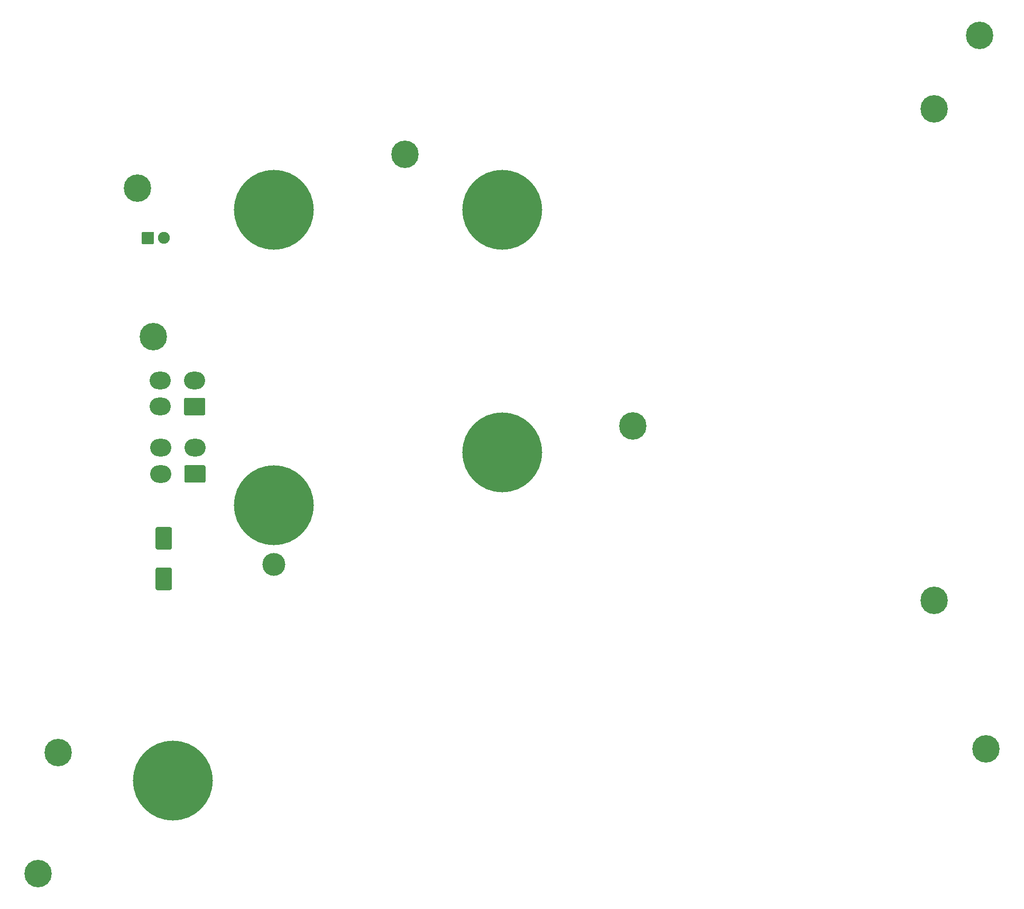
<source format=gbr>
%TF.GenerationSoftware,KiCad,Pcbnew,(5.1.12-1-10_14)*%
%TF.CreationDate,2021-11-24T13:08:03+11:00*%
%TF.ProjectId,Select JETT Panel PCB V2,53656c65-6374-4204-9a45-54542050616e,rev?*%
%TF.SameCoordinates,Original*%
%TF.FileFunction,Soldermask,Bot*%
%TF.FilePolarity,Negative*%
%FSLAX46Y46*%
G04 Gerber Fmt 4.6, Leading zero omitted, Abs format (unit mm)*
G04 Created by KiCad (PCBNEW (5.1.12-1-10_14)) date 2021-11-24 13:08:03*
%MOMM*%
%LPD*%
G01*
G04 APERTURE LIST*
%ADD10C,4.400000*%
%ADD11O,3.400000X2.800000*%
%ADD12C,12.800000*%
%ADD13C,3.672000*%
%ADD14C,1.900000*%
G04 APERTURE END LIST*
D10*
%TO.C,3*%
X222196696Y-25524500D03*
%TD*%
D11*
%TO.C,J2*%
X91000000Y-91600000D03*
X91000000Y-95800000D03*
X96500000Y-91600000D03*
G36*
G01*
X97940740Y-97200000D02*
X95059260Y-97200000D01*
G75*
G02*
X94800000Y-96940740I0J259260D01*
G01*
X94800000Y-94659260D01*
G75*
G02*
X95059260Y-94400000I259260J0D01*
G01*
X97940740Y-94400000D01*
G75*
G02*
X98200000Y-94659260I0J-259260D01*
G01*
X98200000Y-96940740D01*
G75*
G02*
X97940740Y-97200000I-259260J0D01*
G01*
G37*
%TD*%
%TO.C,J1*%
X90950000Y-80800000D03*
X90950000Y-85000000D03*
X96450000Y-80800000D03*
G36*
G01*
X97890740Y-86400000D02*
X95009260Y-86400000D01*
G75*
G02*
X94750000Y-86140740I0J259260D01*
G01*
X94750000Y-83859260D01*
G75*
G02*
X95009260Y-83600000I259260J0D01*
G01*
X97890740Y-83600000D01*
G75*
G02*
X98150000Y-83859260I0J-259260D01*
G01*
X98150000Y-86140740D01*
G75*
G02*
X97890740Y-86400000I-259260J0D01*
G01*
G37*
%TD*%
D12*
%TO.C,18*%
X92976707Y-144906997D03*
%TD*%
%TO.C,17*%
X145681694Y-92329018D03*
%TD*%
%TO.C,16*%
X109105698Y-100774518D03*
X109105698Y-100774518D03*
D13*
X109105698Y-110299518D03*
%TD*%
D12*
%TO.C,16*%
X145681694Y-53467018D03*
%TD*%
%TO.C,15*%
X109105698Y-53467018D03*
%TD*%
D10*
%TO.C,9*%
X223151694Y-139839819D03*
%TD*%
%TO.C,8*%
X71386707Y-159820032D03*
%TD*%
%TO.C,7*%
X89801693Y-73787017D03*
%TD*%
%TO.C,6*%
X214896707Y-116078000D03*
%TD*%
%TO.C,5*%
X74561693Y-140462018D03*
%TD*%
%TO.C,4*%
X166636703Y-88074497D03*
%TD*%
%TO.C,3*%
X214896696Y-37274500D03*
%TD*%
%TO.C,2*%
X130124197Y-44577011D03*
%TD*%
%TO.C,1*%
X87261697Y-49974517D03*
%TD*%
D14*
%TO.C,D82*%
X91500000Y-58000000D03*
G36*
G01*
X88010000Y-58900000D02*
X88010000Y-57100000D01*
G75*
G02*
X88060000Y-57050000I50000J0D01*
G01*
X89860000Y-57050000D01*
G75*
G02*
X89910000Y-57100000I0J-50000D01*
G01*
X89910000Y-58900000D01*
G75*
G02*
X89860000Y-58950000I-50000J0D01*
G01*
X88060000Y-58950000D01*
G75*
G02*
X88010000Y-58900000I0J50000D01*
G01*
G37*
%TD*%
%TO.C,C1*%
G36*
G01*
X92540000Y-107900000D02*
X90460000Y-107900000D01*
G75*
G02*
X90200000Y-107640000I0J260000D01*
G01*
X90200000Y-104560000D01*
G75*
G02*
X90460000Y-104300000I260000J0D01*
G01*
X92540000Y-104300000D01*
G75*
G02*
X92800000Y-104560000I0J-260000D01*
G01*
X92800000Y-107640000D01*
G75*
G02*
X92540000Y-107900000I-260000J0D01*
G01*
G37*
G36*
G01*
X92540000Y-114400000D02*
X90460000Y-114400000D01*
G75*
G02*
X90200000Y-114140000I0J260000D01*
G01*
X90200000Y-111060000D01*
G75*
G02*
X90460000Y-110800000I260000J0D01*
G01*
X92540000Y-110800000D01*
G75*
G02*
X92800000Y-111060000I0J-260000D01*
G01*
X92800000Y-114140000D01*
G75*
G02*
X92540000Y-114400000I-260000J0D01*
G01*
G37*
%TD*%
M02*

</source>
